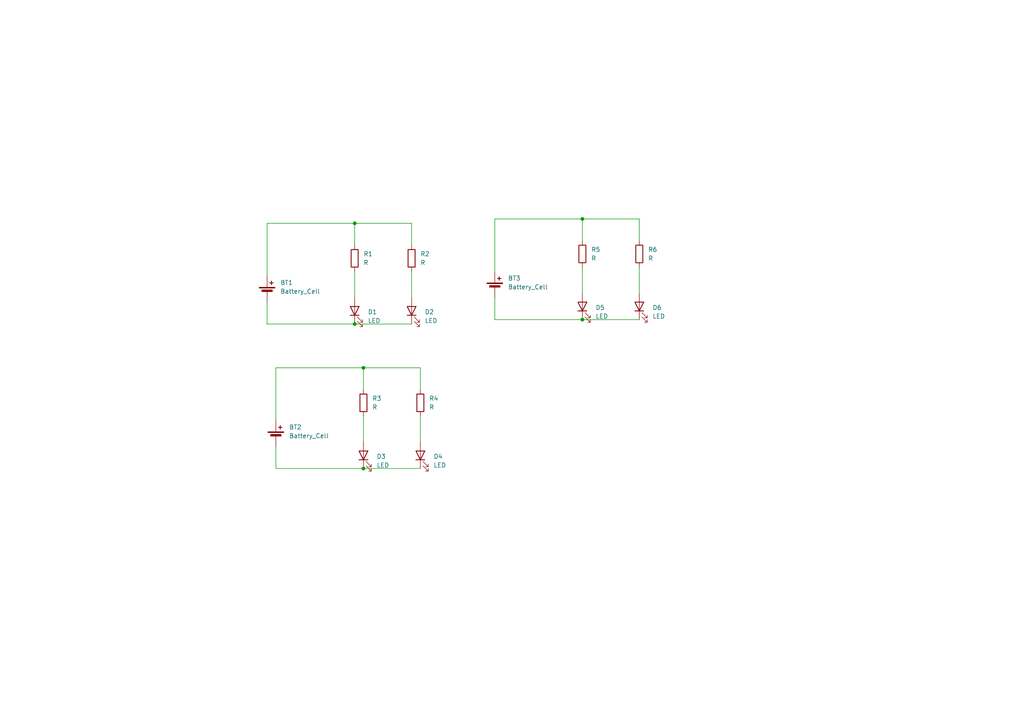
<source format=kicad_sch>
(kicad_sch
	(version 20250114)
	(generator "eeschema")
	(generator_version "9.0")
	(uuid "ad7f53cb-2bfb-4611-91fa-39846b6842d3")
	(paper "A4")
	(lib_symbols
		(symbol "Device:Battery_Cell"
			(pin_numbers
				(hide yes)
			)
			(pin_names
				(offset 0)
				(hide yes)
			)
			(exclude_from_sim no)
			(in_bom yes)
			(on_board yes)
			(property "Reference" "BT"
				(at 2.54 2.54 0)
				(effects
					(font
						(size 1.27 1.27)
					)
					(justify left)
				)
			)
			(property "Value" "Battery_Cell"
				(at 2.54 0 0)
				(effects
					(font
						(size 1.27 1.27)
					)
					(justify left)
				)
			)
			(property "Footprint" ""
				(at 0 1.524 90)
				(effects
					(font
						(size 1.27 1.27)
					)
					(hide yes)
				)
			)
			(property "Datasheet" "~"
				(at 0 1.524 90)
				(effects
					(font
						(size 1.27 1.27)
					)
					(hide yes)
				)
			)
			(property "Description" "Single-cell battery"
				(at 0 0 0)
				(effects
					(font
						(size 1.27 1.27)
					)
					(hide yes)
				)
			)
			(property "ki_keywords" "battery cell"
				(at 0 0 0)
				(effects
					(font
						(size 1.27 1.27)
					)
					(hide yes)
				)
			)
			(symbol "Battery_Cell_0_1"
				(rectangle
					(start -2.286 1.778)
					(end 2.286 1.524)
					(stroke
						(width 0)
						(type default)
					)
					(fill
						(type outline)
					)
				)
				(rectangle
					(start -1.524 1.016)
					(end 1.524 0.508)
					(stroke
						(width 0)
						(type default)
					)
					(fill
						(type outline)
					)
				)
				(polyline
					(pts
						(xy 0 1.778) (xy 0 2.54)
					)
					(stroke
						(width 0)
						(type default)
					)
					(fill
						(type none)
					)
				)
				(polyline
					(pts
						(xy 0 0.762) (xy 0 0)
					)
					(stroke
						(width 0)
						(type default)
					)
					(fill
						(type none)
					)
				)
				(polyline
					(pts
						(xy 0.762 3.048) (xy 1.778 3.048)
					)
					(stroke
						(width 0.254)
						(type default)
					)
					(fill
						(type none)
					)
				)
				(polyline
					(pts
						(xy 1.27 3.556) (xy 1.27 2.54)
					)
					(stroke
						(width 0.254)
						(type default)
					)
					(fill
						(type none)
					)
				)
			)
			(symbol "Battery_Cell_1_1"
				(pin passive line
					(at 0 5.08 270)
					(length 2.54)
					(name "+"
						(effects
							(font
								(size 1.27 1.27)
							)
						)
					)
					(number "1"
						(effects
							(font
								(size 1.27 1.27)
							)
						)
					)
				)
				(pin passive line
					(at 0 -2.54 90)
					(length 2.54)
					(name "-"
						(effects
							(font
								(size 1.27 1.27)
							)
						)
					)
					(number "2"
						(effects
							(font
								(size 1.27 1.27)
							)
						)
					)
				)
			)
			(embedded_fonts no)
		)
		(symbol "Device:LED"
			(pin_numbers
				(hide yes)
			)
			(pin_names
				(offset 1.016)
				(hide yes)
			)
			(exclude_from_sim no)
			(in_bom yes)
			(on_board yes)
			(property "Reference" "D"
				(at 0 2.54 0)
				(effects
					(font
						(size 1.27 1.27)
					)
				)
			)
			(property "Value" "LED"
				(at 0 -2.54 0)
				(effects
					(font
						(size 1.27 1.27)
					)
				)
			)
			(property "Footprint" ""
				(at 0 0 0)
				(effects
					(font
						(size 1.27 1.27)
					)
					(hide yes)
				)
			)
			(property "Datasheet" "~"
				(at 0 0 0)
				(effects
					(font
						(size 1.27 1.27)
					)
					(hide yes)
				)
			)
			(property "Description" "Light emitting diode"
				(at 0 0 0)
				(effects
					(font
						(size 1.27 1.27)
					)
					(hide yes)
				)
			)
			(property "Sim.Pins" "1=K 2=A"
				(at 0 0 0)
				(effects
					(font
						(size 1.27 1.27)
					)
					(hide yes)
				)
			)
			(property "ki_keywords" "LED diode"
				(at 0 0 0)
				(effects
					(font
						(size 1.27 1.27)
					)
					(hide yes)
				)
			)
			(property "ki_fp_filters" "LED* LED_SMD:* LED_THT:*"
				(at 0 0 0)
				(effects
					(font
						(size 1.27 1.27)
					)
					(hide yes)
				)
			)
			(symbol "LED_0_1"
				(polyline
					(pts
						(xy -3.048 -0.762) (xy -4.572 -2.286) (xy -3.81 -2.286) (xy -4.572 -2.286) (xy -4.572 -1.524)
					)
					(stroke
						(width 0)
						(type default)
					)
					(fill
						(type none)
					)
				)
				(polyline
					(pts
						(xy -1.778 -0.762) (xy -3.302 -2.286) (xy -2.54 -2.286) (xy -3.302 -2.286) (xy -3.302 -1.524)
					)
					(stroke
						(width 0)
						(type default)
					)
					(fill
						(type none)
					)
				)
				(polyline
					(pts
						(xy -1.27 0) (xy 1.27 0)
					)
					(stroke
						(width 0)
						(type default)
					)
					(fill
						(type none)
					)
				)
				(polyline
					(pts
						(xy -1.27 -1.27) (xy -1.27 1.27)
					)
					(stroke
						(width 0.254)
						(type default)
					)
					(fill
						(type none)
					)
				)
				(polyline
					(pts
						(xy 1.27 -1.27) (xy 1.27 1.27) (xy -1.27 0) (xy 1.27 -1.27)
					)
					(stroke
						(width 0.254)
						(type default)
					)
					(fill
						(type none)
					)
				)
			)
			(symbol "LED_1_1"
				(pin passive line
					(at -3.81 0 0)
					(length 2.54)
					(name "K"
						(effects
							(font
								(size 1.27 1.27)
							)
						)
					)
					(number "1"
						(effects
							(font
								(size 1.27 1.27)
							)
						)
					)
				)
				(pin passive line
					(at 3.81 0 180)
					(length 2.54)
					(name "A"
						(effects
							(font
								(size 1.27 1.27)
							)
						)
					)
					(number "2"
						(effects
							(font
								(size 1.27 1.27)
							)
						)
					)
				)
			)
			(embedded_fonts no)
		)
		(symbol "Device:R"
			(pin_numbers
				(hide yes)
			)
			(pin_names
				(offset 0)
			)
			(exclude_from_sim no)
			(in_bom yes)
			(on_board yes)
			(property "Reference" "R"
				(at 2.032 0 90)
				(effects
					(font
						(size 1.27 1.27)
					)
				)
			)
			(property "Value" "R"
				(at 0 0 90)
				(effects
					(font
						(size 1.27 1.27)
					)
				)
			)
			(property "Footprint" ""
				(at -1.778 0 90)
				(effects
					(font
						(size 1.27 1.27)
					)
					(hide yes)
				)
			)
			(property "Datasheet" "~"
				(at 0 0 0)
				(effects
					(font
						(size 1.27 1.27)
					)
					(hide yes)
				)
			)
			(property "Description" "Resistor"
				(at 0 0 0)
				(effects
					(font
						(size 1.27 1.27)
					)
					(hide yes)
				)
			)
			(property "ki_keywords" "R res resistor"
				(at 0 0 0)
				(effects
					(font
						(size 1.27 1.27)
					)
					(hide yes)
				)
			)
			(property "ki_fp_filters" "R_*"
				(at 0 0 0)
				(effects
					(font
						(size 1.27 1.27)
					)
					(hide yes)
				)
			)
			(symbol "R_0_1"
				(rectangle
					(start -1.016 -2.54)
					(end 1.016 2.54)
					(stroke
						(width 0.254)
						(type default)
					)
					(fill
						(type none)
					)
				)
			)
			(symbol "R_1_1"
				(pin passive line
					(at 0 3.81 270)
					(length 1.27)
					(name "~"
						(effects
							(font
								(size 1.27 1.27)
							)
						)
					)
					(number "1"
						(effects
							(font
								(size 1.27 1.27)
							)
						)
					)
				)
				(pin passive line
					(at 0 -3.81 90)
					(length 1.27)
					(name "~"
						(effects
							(font
								(size 1.27 1.27)
							)
						)
					)
					(number "2"
						(effects
							(font
								(size 1.27 1.27)
							)
						)
					)
				)
			)
			(embedded_fonts no)
		)
	)
	(junction
		(at 105.41 106.68)
		(diameter 0)
		(color 0 0 0 0)
		(uuid "1476c905-fb56-4882-9de3-ba5650e2f9a2")
	)
	(junction
		(at 102.87 64.77)
		(diameter 0)
		(color 0 0 0 0)
		(uuid "3fda3494-1c8e-46e0-9321-26bdc8cf300a")
	)
	(junction
		(at 102.87 93.98)
		(diameter 0)
		(color 0 0 0 0)
		(uuid "59d25331-df66-4bca-8e43-ada06d57ed09")
	)
	(junction
		(at 168.91 63.5)
		(diameter 0)
		(color 0 0 0 0)
		(uuid "73b00c83-85aa-416f-ad43-4a71cdbf62da")
	)
	(junction
		(at 105.41 135.89)
		(diameter 0)
		(color 0 0 0 0)
		(uuid "7f98abdb-357d-4707-81c3-0e004f031f3e")
	)
	(junction
		(at 168.91 92.71)
		(diameter 0)
		(color 0 0 0 0)
		(uuid "f87c660b-b734-47e4-ad10-400a74b7356d")
	)
	(wire
		(pts
			(xy 168.91 63.5) (xy 185.42 63.5)
		)
		(stroke
			(width 0)
			(type default)
		)
		(uuid "03bbffea-d51c-488c-878d-20228496c0b3")
	)
	(wire
		(pts
			(xy 105.41 106.68) (xy 121.92 106.68)
		)
		(stroke
			(width 0)
			(type default)
		)
		(uuid "04765237-519c-4624-8c83-2d24bbc385cd")
	)
	(wire
		(pts
			(xy 102.87 93.98) (xy 119.38 93.98)
		)
		(stroke
			(width 0)
			(type default)
		)
		(uuid "1ad8457b-1111-47ae-94a8-75cb77469475")
	)
	(wire
		(pts
			(xy 185.42 63.5) (xy 185.42 69.85)
		)
		(stroke
			(width 0)
			(type default)
		)
		(uuid "29a618a8-75fe-4989-b332-0ef4413cc6fb")
	)
	(wire
		(pts
			(xy 105.41 135.89) (xy 121.92 135.89)
		)
		(stroke
			(width 0)
			(type default)
		)
		(uuid "2eeb1af9-c700-4033-a2df-1ab1c39cb54c")
	)
	(wire
		(pts
			(xy 105.41 106.68) (xy 105.41 113.03)
		)
		(stroke
			(width 0)
			(type default)
		)
		(uuid "37f5998b-0f6c-4a4e-a33a-6442581230c3")
	)
	(wire
		(pts
			(xy 80.01 121.92) (xy 80.01 106.68)
		)
		(stroke
			(width 0)
			(type default)
		)
		(uuid "3c8aa401-426d-4476-bba3-fd468b9fb68d")
	)
	(wire
		(pts
			(xy 80.01 135.89) (xy 80.01 129.54)
		)
		(stroke
			(width 0)
			(type default)
		)
		(uuid "3f747e0b-1bd0-457c-8f92-511598413080")
	)
	(wire
		(pts
			(xy 168.91 77.47) (xy 168.91 85.09)
		)
		(stroke
			(width 0)
			(type default)
		)
		(uuid "47482e72-7be3-446d-bc81-9cce17089249")
	)
	(wire
		(pts
			(xy 185.42 77.47) (xy 185.42 85.09)
		)
		(stroke
			(width 0)
			(type default)
		)
		(uuid "48d55ae6-8dde-4b52-8823-a195a818343c")
	)
	(wire
		(pts
			(xy 77.47 80.01) (xy 77.47 64.77)
		)
		(stroke
			(width 0)
			(type default)
		)
		(uuid "4fdb2d36-a98f-47ef-b8f1-76c46897e6d3")
	)
	(wire
		(pts
			(xy 102.87 78.74) (xy 102.87 86.36)
		)
		(stroke
			(width 0)
			(type default)
		)
		(uuid "5370bcf1-4681-45ae-8449-150c01c190d1")
	)
	(wire
		(pts
			(xy 105.41 120.65) (xy 105.41 128.27)
		)
		(stroke
			(width 0)
			(type default)
		)
		(uuid "59df39a7-557e-473b-bf35-82dac36668ca")
	)
	(wire
		(pts
			(xy 102.87 93.98) (xy 77.47 93.98)
		)
		(stroke
			(width 0)
			(type default)
		)
		(uuid "61a11d13-4250-4ecf-bbbf-a3b81bc911b5")
	)
	(wire
		(pts
			(xy 121.92 120.65) (xy 121.92 128.27)
		)
		(stroke
			(width 0)
			(type default)
		)
		(uuid "7f98eda1-1ffa-42be-b3ff-75df5fafe0a4")
	)
	(wire
		(pts
			(xy 168.91 92.71) (xy 143.51 92.71)
		)
		(stroke
			(width 0)
			(type default)
		)
		(uuid "9730ccb4-44fa-40a0-b5d1-d0524b13903d")
	)
	(wire
		(pts
			(xy 119.38 78.74) (xy 119.38 86.36)
		)
		(stroke
			(width 0)
			(type default)
		)
		(uuid "98938f09-c342-427c-a2d3-815bf5273969")
	)
	(wire
		(pts
			(xy 168.91 92.71) (xy 185.42 92.71)
		)
		(stroke
			(width 0)
			(type default)
		)
		(uuid "a08d2811-ddfa-4022-8590-a0cc1b7462eb")
	)
	(wire
		(pts
			(xy 77.47 93.98) (xy 77.47 87.63)
		)
		(stroke
			(width 0)
			(type default)
		)
		(uuid "a453e344-a0fd-45af-84d8-2b76266e1c5b")
	)
	(wire
		(pts
			(xy 143.51 63.5) (xy 168.91 63.5)
		)
		(stroke
			(width 0)
			(type default)
		)
		(uuid "b0cc8c51-4cf8-4818-81a7-c053749f881a")
	)
	(wire
		(pts
			(xy 102.87 64.77) (xy 119.38 64.77)
		)
		(stroke
			(width 0)
			(type default)
		)
		(uuid "b3c4f7d7-8682-47e9-b657-5c53bc56ec1e")
	)
	(wire
		(pts
			(xy 119.38 64.77) (xy 119.38 71.12)
		)
		(stroke
			(width 0)
			(type default)
		)
		(uuid "c76c21a5-7ea9-4a44-be44-8115359de196")
	)
	(wire
		(pts
			(xy 80.01 106.68) (xy 105.41 106.68)
		)
		(stroke
			(width 0)
			(type default)
		)
		(uuid "c98a41ac-e753-4a8d-952e-0b67de0b1798")
	)
	(wire
		(pts
			(xy 121.92 106.68) (xy 121.92 113.03)
		)
		(stroke
			(width 0)
			(type default)
		)
		(uuid "ccf55d35-4375-424c-9956-260542e0d619")
	)
	(wire
		(pts
			(xy 143.51 78.74) (xy 143.51 63.5)
		)
		(stroke
			(width 0)
			(type default)
		)
		(uuid "d3a32fd2-1344-48ae-86fc-0f987553efbc")
	)
	(wire
		(pts
			(xy 168.91 63.5) (xy 168.91 69.85)
		)
		(stroke
			(width 0)
			(type default)
		)
		(uuid "d3e6fb6f-4dcd-40fa-9989-7c2c0dac7c5a")
	)
	(wire
		(pts
			(xy 143.51 92.71) (xy 143.51 86.36)
		)
		(stroke
			(width 0)
			(type default)
		)
		(uuid "e2efd68e-f40d-4cb6-be66-7f762c458fe9")
	)
	(wire
		(pts
			(xy 102.87 64.77) (xy 102.87 71.12)
		)
		(stroke
			(width 0)
			(type default)
		)
		(uuid "ecb9d3e3-5a22-4dd0-968c-a4b900b5e6a2")
	)
	(wire
		(pts
			(xy 77.47 64.77) (xy 102.87 64.77)
		)
		(stroke
			(width 0)
			(type default)
		)
		(uuid "f71976ed-94f9-4890-8589-196a780dedec")
	)
	(wire
		(pts
			(xy 105.41 135.89) (xy 80.01 135.89)
		)
		(stroke
			(width 0)
			(type default)
		)
		(uuid "f8d54694-cbd4-4c60-9b3a-0b6a66ce05fc")
	)
	(symbol
		(lib_id "Device:R")
		(at 102.87 74.93 0)
		(unit 1)
		(exclude_from_sim no)
		(in_bom yes)
		(on_board yes)
		(dnp no)
		(fields_autoplaced yes)
		(uuid "0414feea-247c-419e-9219-fe1f0b0b91b0")
		(property "Reference" "R1"
			(at 105.41 73.6599 0)
			(effects
				(font
					(size 1.27 1.27)
				)
				(justify left)
			)
		)
		(property "Value" "R"
			(at 105.41 76.1999 0)
			(effects
				(font
					(size 1.27 1.27)
				)
				(justify left)
			)
		)
		(property "Footprint" "Resistor_THT:R_Axial_DIN0207_L6.3mm_D2.5mm_P7.62mm_Horizontal"
			(at 101.092 74.93 90)
			(effects
				(font
					(size 1.27 1.27)
				)
				(hide yes)
			)
		)
		(property "Datasheet" "~"
			(at 102.87 74.93 0)
			(effects
				(font
					(size 1.27 1.27)
				)
				(hide yes)
			)
		)
		(property "Description" "Resistor"
			(at 102.87 74.93 0)
			(effects
				(font
					(size 1.27 1.27)
				)
				(hide yes)
			)
		)
		(pin "1"
			(uuid "cd8cfa8a-6cef-4863-895c-bd2325d18afd")
		)
		(pin "2"
			(uuid "b9df6d80-8483-4239-8210-f987c04853d3")
		)
		(instances
			(project ""
				(path "/ad7f53cb-2bfb-4611-91fa-39846b6842d3"
					(reference "R1")
					(unit 1)
				)
			)
		)
	)
	(symbol
		(lib_id "Device:Battery_Cell")
		(at 143.51 83.82 0)
		(unit 1)
		(exclude_from_sim no)
		(in_bom yes)
		(on_board yes)
		(dnp no)
		(fields_autoplaced yes)
		(uuid "2bda422f-856a-4aaf-91d6-14342563dc8f")
		(property "Reference" "BT3"
			(at 147.32 80.7084 0)
			(effects
				(font
					(size 1.27 1.27)
				)
				(justify left)
			)
		)
		(property "Value" "Battery_Cell"
			(at 147.32 83.2484 0)
			(effects
				(font
					(size 1.27 1.27)
				)
				(justify left)
			)
		)
		(property "Footprint" "Battery:BatteryHolder_Keystone_3034_1x20mm"
			(at 143.51 82.296 90)
			(effects
				(font
					(size 1.27 1.27)
				)
				(hide yes)
			)
		)
		(property "Datasheet" "~"
			(at 143.51 82.296 90)
			(effects
				(font
					(size 1.27 1.27)
				)
				(hide yes)
			)
		)
		(property "Description" "Single-cell battery"
			(at 143.51 83.82 0)
			(effects
				(font
					(size 1.27 1.27)
				)
				(hide yes)
			)
		)
		(pin "2"
			(uuid "5d37bf11-3bcf-4831-bfd1-eb303ee842e9")
		)
		(pin "1"
			(uuid "a3201009-e56c-4e4f-bc4d-3202b6ce1f09")
		)
		(instances
			(project "blahajpcb"
				(path "/ad7f53cb-2bfb-4611-91fa-39846b6842d3"
					(reference "BT3")
					(unit 1)
				)
			)
		)
	)
	(symbol
		(lib_id "Device:Battery_Cell")
		(at 77.47 85.09 0)
		(unit 1)
		(exclude_from_sim no)
		(in_bom yes)
		(on_board yes)
		(dnp no)
		(fields_autoplaced yes)
		(uuid "2cfb400d-f3e2-4e8f-981e-7660dbc0c3a0")
		(property "Reference" "BT1"
			(at 81.28 81.9784 0)
			(effects
				(font
					(size 1.27 1.27)
				)
				(justify left)
			)
		)
		(property "Value" "Battery_Cell"
			(at 81.28 84.5184 0)
			(effects
				(font
					(size 1.27 1.27)
				)
				(justify left)
			)
		)
		(property "Footprint" "Battery:BatteryHolder_Keystone_3034_1x20mm"
			(at 77.47 83.566 90)
			(effects
				(font
					(size 1.27 1.27)
				)
				(hide yes)
			)
		)
		(property "Datasheet" "~"
			(at 77.47 83.566 90)
			(effects
				(font
					(size 1.27 1.27)
				)
				(hide yes)
			)
		)
		(property "Description" "Single-cell battery"
			(at 77.47 85.09 0)
			(effects
				(font
					(size 1.27 1.27)
				)
				(hide yes)
			)
		)
		(pin "2"
			(uuid "b2db0093-aa04-4f67-a48f-6d1a15712854")
		)
		(pin "1"
			(uuid "9a5e7650-27a0-4b0e-935b-ccc6d9e6cd67")
		)
		(instances
			(project ""
				(path "/ad7f53cb-2bfb-4611-91fa-39846b6842d3"
					(reference "BT1")
					(unit 1)
				)
			)
		)
	)
	(symbol
		(lib_id "Device:R")
		(at 185.42 73.66 0)
		(unit 1)
		(exclude_from_sim no)
		(in_bom yes)
		(on_board yes)
		(dnp no)
		(fields_autoplaced yes)
		(uuid "34d41389-0570-43fe-be5b-a848e80ebb89")
		(property "Reference" "R6"
			(at 187.96 72.3899 0)
			(effects
				(font
					(size 1.27 1.27)
				)
				(justify left)
			)
		)
		(property "Value" "R"
			(at 187.96 74.9299 0)
			(effects
				(font
					(size 1.27 1.27)
				)
				(justify left)
			)
		)
		(property "Footprint" "Resistor_THT:R_Axial_DIN0207_L6.3mm_D2.5mm_P7.62mm_Horizontal"
			(at 183.642 73.66 90)
			(effects
				(font
					(size 1.27 1.27)
				)
				(hide yes)
			)
		)
		(property "Datasheet" "~"
			(at 185.42 73.66 0)
			(effects
				(font
					(size 1.27 1.27)
				)
				(hide yes)
			)
		)
		(property "Description" "Resistor"
			(at 185.42 73.66 0)
			(effects
				(font
					(size 1.27 1.27)
				)
				(hide yes)
			)
		)
		(pin "2"
			(uuid "0e752877-52d1-4408-b1d5-551e410c73f3")
		)
		(pin "1"
			(uuid "80c13e48-f407-41ca-9e20-c6c877998a18")
		)
		(instances
			(project "blahajpcb"
				(path "/ad7f53cb-2bfb-4611-91fa-39846b6842d3"
					(reference "R6")
					(unit 1)
				)
			)
		)
	)
	(symbol
		(lib_id "Device:LED")
		(at 121.92 132.08 90)
		(unit 1)
		(exclude_from_sim no)
		(in_bom yes)
		(on_board yes)
		(dnp no)
		(fields_autoplaced yes)
		(uuid "48d39ed2-d71d-420b-b9c1-604f03a6b478")
		(property "Reference" "D4"
			(at 125.73 132.3974 90)
			(effects
				(font
					(size 1.27 1.27)
				)
				(justify right)
			)
		)
		(property "Value" "LED"
			(at 125.73 134.9374 90)
			(effects
				(font
					(size 1.27 1.27)
				)
				(justify right)
			)
		)
		(property "Footprint" "LED_THT:LED_D5.0mm"
			(at 121.92 132.08 0)
			(effects
				(font
					(size 1.27 1.27)
				)
				(hide yes)
			)
		)
		(property "Datasheet" "~"
			(at 121.92 132.08 0)
			(effects
				(font
					(size 1.27 1.27)
				)
				(hide yes)
			)
		)
		(property "Description" "Light emitting diode"
			(at 121.92 132.08 0)
			(effects
				(font
					(size 1.27 1.27)
				)
				(hide yes)
			)
		)
		(property "Sim.Pins" "1=K 2=A"
			(at 121.92 132.08 0)
			(effects
				(font
					(size 1.27 1.27)
				)
				(hide yes)
			)
		)
		(pin "1"
			(uuid "3ebe1d82-6d3f-449d-8a77-d4b4a9464da7")
		)
		(pin "2"
			(uuid "51ea7951-98bd-47c8-8a25-e64112fd538a")
		)
		(instances
			(project "blahajpcb"
				(path "/ad7f53cb-2bfb-4611-91fa-39846b6842d3"
					(reference "D4")
					(unit 1)
				)
			)
		)
	)
	(symbol
		(lib_id "Device:R")
		(at 105.41 116.84 0)
		(unit 1)
		(exclude_from_sim no)
		(in_bom yes)
		(on_board yes)
		(dnp no)
		(fields_autoplaced yes)
		(uuid "6c391dd5-e306-417d-a39e-2929ff572cb0")
		(property "Reference" "R3"
			(at 107.95 115.5699 0)
			(effects
				(font
					(size 1.27 1.27)
				)
				(justify left)
			)
		)
		(property "Value" "R"
			(at 107.95 118.1099 0)
			(effects
				(font
					(size 1.27 1.27)
				)
				(justify left)
			)
		)
		(property "Footprint" "Resistor_THT:R_Axial_DIN0207_L6.3mm_D2.5mm_P7.62mm_Horizontal"
			(at 103.632 116.84 90)
			(effects
				(font
					(size 1.27 1.27)
				)
				(hide yes)
			)
		)
		(property "Datasheet" "~"
			(at 105.41 116.84 0)
			(effects
				(font
					(size 1.27 1.27)
				)
				(hide yes)
			)
		)
		(property "Description" "Resistor"
			(at 105.41 116.84 0)
			(effects
				(font
					(size 1.27 1.27)
				)
				(hide yes)
			)
		)
		(pin "1"
			(uuid "8e6a92c7-8557-4dcc-9fe4-9807fccfb963")
		)
		(pin "2"
			(uuid "71aec38b-4e0f-463b-b6d7-9404d40b8131")
		)
		(instances
			(project "blahajpcb"
				(path "/ad7f53cb-2bfb-4611-91fa-39846b6842d3"
					(reference "R3")
					(unit 1)
				)
			)
		)
	)
	(symbol
		(lib_id "Device:R")
		(at 121.92 116.84 0)
		(unit 1)
		(exclude_from_sim no)
		(in_bom yes)
		(on_board yes)
		(dnp no)
		(fields_autoplaced yes)
		(uuid "77910370-7fe3-4ae3-b4ce-a6ccf7e7c91d")
		(property "Reference" "R4"
			(at 124.46 115.5699 0)
			(effects
				(font
					(size 1.27 1.27)
				)
				(justify left)
			)
		)
		(property "Value" "R"
			(at 124.46 118.1099 0)
			(effects
				(font
					(size 1.27 1.27)
				)
				(justify left)
			)
		)
		(property "Footprint" "Resistor_THT:R_Axial_DIN0207_L6.3mm_D2.5mm_P7.62mm_Horizontal"
			(at 120.142 116.84 90)
			(effects
				(font
					(size 1.27 1.27)
				)
				(hide yes)
			)
		)
		(property "Datasheet" "~"
			(at 121.92 116.84 0)
			(effects
				(font
					(size 1.27 1.27)
				)
				(hide yes)
			)
		)
		(property "Description" "Resistor"
			(at 121.92 116.84 0)
			(effects
				(font
					(size 1.27 1.27)
				)
				(hide yes)
			)
		)
		(pin "2"
			(uuid "5af63141-c198-43ea-909d-0a677a0a6dca")
		)
		(pin "1"
			(uuid "a4fc65f6-a493-4fc8-970d-7b5006f4a768")
		)
		(instances
			(project "blahajpcb"
				(path "/ad7f53cb-2bfb-4611-91fa-39846b6842d3"
					(reference "R4")
					(unit 1)
				)
			)
		)
	)
	(symbol
		(lib_id "Device:LED")
		(at 119.38 90.17 90)
		(unit 1)
		(exclude_from_sim no)
		(in_bom yes)
		(on_board yes)
		(dnp no)
		(fields_autoplaced yes)
		(uuid "7d1f6da7-af2d-43d7-af0e-bb0b20de3485")
		(property "Reference" "D2"
			(at 123.19 90.4874 90)
			(effects
				(font
					(size 1.27 1.27)
				)
				(justify right)
			)
		)
		(property "Value" "LED"
			(at 123.19 93.0274 90)
			(effects
				(font
					(size 1.27 1.27)
				)
				(justify right)
			)
		)
		(property "Footprint" "LED_THT:LED_D5.0mm"
			(at 119.38 90.17 0)
			(effects
				(font
					(size 1.27 1.27)
				)
				(hide yes)
			)
		)
		(property "Datasheet" "~"
			(at 119.38 90.17 0)
			(effects
				(font
					(size 1.27 1.27)
				)
				(hide yes)
			)
		)
		(property "Description" "Light emitting diode"
			(at 119.38 90.17 0)
			(effects
				(font
					(size 1.27 1.27)
				)
				(hide yes)
			)
		)
		(property "Sim.Pins" "1=K 2=A"
			(at 119.38 90.17 0)
			(effects
				(font
					(size 1.27 1.27)
				)
				(hide yes)
			)
		)
		(pin "1"
			(uuid "c46c5327-ad73-4eef-970e-d9dc4e14d892")
		)
		(pin "2"
			(uuid "1ffeabf3-de21-4676-8b17-ce06bf5b968b")
		)
		(instances
			(project ""
				(path "/ad7f53cb-2bfb-4611-91fa-39846b6842d3"
					(reference "D2")
					(unit 1)
				)
			)
		)
	)
	(symbol
		(lib_id "Device:LED")
		(at 102.87 90.17 90)
		(unit 1)
		(exclude_from_sim no)
		(in_bom yes)
		(on_board yes)
		(dnp no)
		(fields_autoplaced yes)
		(uuid "b0b3ace6-4f85-4583-b7c9-2220fe18068b")
		(property "Reference" "D1"
			(at 106.68 90.4874 90)
			(effects
				(font
					(size 1.27 1.27)
				)
				(justify right)
			)
		)
		(property "Value" "LED"
			(at 106.68 93.0274 90)
			(effects
				(font
					(size 1.27 1.27)
				)
				(justify right)
			)
		)
		(property "Footprint" "LED_THT:LED_D5.0mm"
			(at 102.87 90.17 0)
			(effects
				(font
					(size 1.27 1.27)
				)
				(hide yes)
			)
		)
		(property "Datasheet" "~"
			(at 102.87 90.17 0)
			(effects
				(font
					(size 1.27 1.27)
				)
				(hide yes)
			)
		)
		(property "Description" "Light emitting diode"
			(at 102.87 90.17 0)
			(effects
				(font
					(size 1.27 1.27)
				)
				(hide yes)
			)
		)
		(property "Sim.Pins" "1=K 2=A"
			(at 102.87 90.17 0)
			(effects
				(font
					(size 1.27 1.27)
				)
				(hide yes)
			)
		)
		(pin "1"
			(uuid "840d11cc-6dcf-453e-bd98-e5eb32bcfd57")
		)
		(pin "2"
			(uuid "e2b27edc-3009-42c2-9abc-28a39ca9fe06")
		)
		(instances
			(project ""
				(path "/ad7f53cb-2bfb-4611-91fa-39846b6842d3"
					(reference "D1")
					(unit 1)
				)
			)
		)
	)
	(symbol
		(lib_id "Device:LED")
		(at 105.41 132.08 90)
		(unit 1)
		(exclude_from_sim no)
		(in_bom yes)
		(on_board yes)
		(dnp no)
		(fields_autoplaced yes)
		(uuid "b815d728-7bde-4271-9f60-d5c7ecab70e5")
		(property "Reference" "D3"
			(at 109.22 132.3974 90)
			(effects
				(font
					(size 1.27 1.27)
				)
				(justify right)
			)
		)
		(property "Value" "LED"
			(at 109.22 134.9374 90)
			(effects
				(font
					(size 1.27 1.27)
				)
				(justify right)
			)
		)
		(property "Footprint" "LED_THT:LED_D5.0mm"
			(at 105.41 132.08 0)
			(effects
				(font
					(size 1.27 1.27)
				)
				(hide yes)
			)
		)
		(property "Datasheet" "~"
			(at 105.41 132.08 0)
			(effects
				(font
					(size 1.27 1.27)
				)
				(hide yes)
			)
		)
		(property "Description" "Light emitting diode"
			(at 105.41 132.08 0)
			(effects
				(font
					(size 1.27 1.27)
				)
				(hide yes)
			)
		)
		(property "Sim.Pins" "1=K 2=A"
			(at 105.41 132.08 0)
			(effects
				(font
					(size 1.27 1.27)
				)
				(hide yes)
			)
		)
		(pin "1"
			(uuid "b66cad29-9f0e-413a-9066-76e0698c181e")
		)
		(pin "2"
			(uuid "b9c2d881-b335-4dcb-b8f1-0753915e0924")
		)
		(instances
			(project "blahajpcb"
				(path "/ad7f53cb-2bfb-4611-91fa-39846b6842d3"
					(reference "D3")
					(unit 1)
				)
			)
		)
	)
	(symbol
		(lib_id "Device:Battery_Cell")
		(at 80.01 127 0)
		(unit 1)
		(exclude_from_sim no)
		(in_bom yes)
		(on_board yes)
		(dnp no)
		(fields_autoplaced yes)
		(uuid "ba3cf161-72e1-4c60-9f07-9fd04c4f66d3")
		(property "Reference" "BT2"
			(at 83.82 123.8884 0)
			(effects
				(font
					(size 1.27 1.27)
				)
				(justify left)
			)
		)
		(property "Value" "Battery_Cell"
			(at 83.82 126.4284 0)
			(effects
				(font
					(size 1.27 1.27)
				)
				(justify left)
			)
		)
		(property "Footprint" "Battery:BatteryHolder_Keystone_3034_1x20mm"
			(at 80.01 125.476 90)
			(effects
				(font
					(size 1.27 1.27)
				)
				(hide yes)
			)
		)
		(property "Datasheet" "~"
			(at 80.01 125.476 90)
			(effects
				(font
					(size 1.27 1.27)
				)
				(hide yes)
			)
		)
		(property "Description" "Single-cell battery"
			(at 80.01 127 0)
			(effects
				(font
					(size 1.27 1.27)
				)
				(hide yes)
			)
		)
		(pin "2"
			(uuid "2f684d4c-3677-4166-aec6-b96749c321e1")
		)
		(pin "1"
			(uuid "eb81d445-3d14-4467-b4ba-b2c359e316d7")
		)
		(instances
			(project "blahajpcb"
				(path "/ad7f53cb-2bfb-4611-91fa-39846b6842d3"
					(reference "BT2")
					(unit 1)
				)
			)
		)
	)
	(symbol
		(lib_id "Device:R")
		(at 168.91 73.66 0)
		(unit 1)
		(exclude_from_sim no)
		(in_bom yes)
		(on_board yes)
		(dnp no)
		(fields_autoplaced yes)
		(uuid "c5efff38-9deb-40ce-ba16-7fad3e546142")
		(property "Reference" "R5"
			(at 171.45 72.3899 0)
			(effects
				(font
					(size 1.27 1.27)
				)
				(justify left)
			)
		)
		(property "Value" "R"
			(at 171.45 74.9299 0)
			(effects
				(font
					(size 1.27 1.27)
				)
				(justify left)
			)
		)
		(property "Footprint" "Resistor_THT:R_Axial_DIN0207_L6.3mm_D2.5mm_P7.62mm_Horizontal"
			(at 167.132 73.66 90)
			(effects
				(font
					(size 1.27 1.27)
				)
				(hide yes)
			)
		)
		(property "Datasheet" "~"
			(at 168.91 73.66 0)
			(effects
				(font
					(size 1.27 1.27)
				)
				(hide yes)
			)
		)
		(property "Description" "Resistor"
			(at 168.91 73.66 0)
			(effects
				(font
					(size 1.27 1.27)
				)
				(hide yes)
			)
		)
		(pin "1"
			(uuid "88e880d8-b1ef-432c-9b6e-3e357ae0938e")
		)
		(pin "2"
			(uuid "0d5c07ec-ea8e-41c4-bd3f-a9e2ec8a5c8f")
		)
		(instances
			(project "blahajpcb"
				(path "/ad7f53cb-2bfb-4611-91fa-39846b6842d3"
					(reference "R5")
					(unit 1)
				)
			)
		)
	)
	(symbol
		(lib_id "Device:LED")
		(at 168.91 88.9 90)
		(unit 1)
		(exclude_from_sim no)
		(in_bom yes)
		(on_board yes)
		(dnp no)
		(fields_autoplaced yes)
		(uuid "c6c5547f-8e01-4708-ac56-0c86e3134c15")
		(property "Reference" "D5"
			(at 172.72 89.2174 90)
			(effects
				(font
					(size 1.27 1.27)
				)
				(justify right)
			)
		)
		(property "Value" "LED"
			(at 172.72 91.7574 90)
			(effects
				(font
					(size 1.27 1.27)
				)
				(justify right)
			)
		)
		(property "Footprint" "LED_THT:LED_D5.0mm"
			(at 168.91 88.9 0)
			(effects
				(font
					(size 1.27 1.27)
				)
				(hide yes)
			)
		)
		(property "Datasheet" "~"
			(at 168.91 88.9 0)
			(effects
				(font
					(size 1.27 1.27)
				)
				(hide yes)
			)
		)
		(property "Description" "Light emitting diode"
			(at 168.91 88.9 0)
			(effects
				(font
					(size 1.27 1.27)
				)
				(hide yes)
			)
		)
		(property "Sim.Pins" "1=K 2=A"
			(at 168.91 88.9 0)
			(effects
				(font
					(size 1.27 1.27)
				)
				(hide yes)
			)
		)
		(pin "1"
			(uuid "8250c6d1-479c-4690-b66e-02f554cb0de9")
		)
		(pin "2"
			(uuid "fa304a37-58a0-4529-b18b-173bec791e48")
		)
		(instances
			(project "blahajpcb"
				(path "/ad7f53cb-2bfb-4611-91fa-39846b6842d3"
					(reference "D5")
					(unit 1)
				)
			)
		)
	)
	(symbol
		(lib_id "Device:LED")
		(at 185.42 88.9 90)
		(unit 1)
		(exclude_from_sim no)
		(in_bom yes)
		(on_board yes)
		(dnp no)
		(fields_autoplaced yes)
		(uuid "ce209598-5015-4ab3-88dc-35b86d25a365")
		(property "Reference" "D6"
			(at 189.23 89.2174 90)
			(effects
				(font
					(size 1.27 1.27)
				)
				(justify right)
			)
		)
		(property "Value" "LED"
			(at 189.23 91.7574 90)
			(effects
				(font
					(size 1.27 1.27)
				)
				(justify right)
			)
		)
		(property "Footprint" "LED_THT:LED_D5.0mm"
			(at 185.42 88.9 0)
			(effects
				(font
					(size 1.27 1.27)
				)
				(hide yes)
			)
		)
		(property "Datasheet" "~"
			(at 185.42 88.9 0)
			(effects
				(font
					(size 1.27 1.27)
				)
				(hide yes)
			)
		)
		(property "Description" "Light emitting diode"
			(at 185.42 88.9 0)
			(effects
				(font
					(size 1.27 1.27)
				)
				(hide yes)
			)
		)
		(property "Sim.Pins" "1=K 2=A"
			(at 185.42 88.9 0)
			(effects
				(font
					(size 1.27 1.27)
				)
				(hide yes)
			)
		)
		(pin "1"
			(uuid "17ff84d1-fbad-4643-a5f2-4de7f8423656")
		)
		(pin "2"
			(uuid "b8ac516f-5f94-4216-87c1-6f8d7e1a3ee9")
		)
		(instances
			(project "blahajpcb"
				(path "/ad7f53cb-2bfb-4611-91fa-39846b6842d3"
					(reference "D6")
					(unit 1)
				)
			)
		)
	)
	(symbol
		(lib_id "Device:R")
		(at 119.38 74.93 0)
		(unit 1)
		(exclude_from_sim no)
		(in_bom yes)
		(on_board yes)
		(dnp no)
		(fields_autoplaced yes)
		(uuid "dedeb122-950e-4559-9f44-35d57c7d5002")
		(property "Reference" "R2"
			(at 121.92 73.6599 0)
			(effects
				(font
					(size 1.27 1.27)
				)
				(justify left)
			)
		)
		(property "Value" "R"
			(at 121.92 76.1999 0)
			(effects
				(font
					(size 1.27 1.27)
				)
				(justify left)
			)
		)
		(property "Footprint" "Resistor_THT:R_Axial_DIN0207_L6.3mm_D2.5mm_P7.62mm_Horizontal"
			(at 117.602 74.93 90)
			(effects
				(font
					(size 1.27 1.27)
				)
				(hide yes)
			)
		)
		(property "Datasheet" "~"
			(at 119.38 74.93 0)
			(effects
				(font
					(size 1.27 1.27)
				)
				(hide yes)
			)
		)
		(property "Description" "Resistor"
			(at 119.38 74.93 0)
			(effects
				(font
					(size 1.27 1.27)
				)
				(hide yes)
			)
		)
		(pin "2"
			(uuid "521ea44a-6f62-456e-8b34-33b8c3cb2898")
		)
		(pin "1"
			(uuid "6709cd31-d333-4236-8188-3945d27fb72b")
		)
		(instances
			(project ""
				(path "/ad7f53cb-2bfb-4611-91fa-39846b6842d3"
					(reference "R2")
					(unit 1)
				)
			)
		)
	)
	(sheet_instances
		(path "/"
			(page "1")
		)
	)
	(embedded_fonts no)
)

</source>
